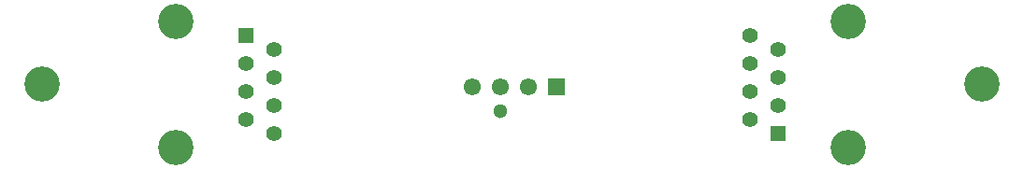
<source format=gbr>
%TF.GenerationSoftware,KiCad,Pcbnew,8.0.8*%
%TF.CreationDate,2025-03-10T16:10:23+01:00*%
%TF.ProjectId,DIYFAN _interface_V1,44495946-414e-4205-9f69-6e7465726661,rev?*%
%TF.SameCoordinates,Original*%
%TF.FileFunction,Soldermask,Bot*%
%TF.FilePolarity,Negative*%
%FSLAX46Y46*%
G04 Gerber Fmt 4.6, Leading zero omitted, Abs format (unit mm)*
G04 Created by KiCad (PCBNEW 8.0.8) date 2025-03-10 16:10:23*
%MOMM*%
%LPD*%
G01*
G04 APERTURE LIST*
%ADD10C,3.200000*%
%ADD11C,1.400000*%
%ADD12R,1.400000X1.400000*%
%ADD13C,1.300000*%
%ADD14R,1.530000X1.530000*%
%ADD15C,1.550000*%
G04 APERTURE END LIST*
D10*
%TO.C,REF\u002A\u002A*%
X108712000Y-90170000D03*
%TD*%
D11*
%TO.C,J2*%
X172842000Y-85725000D03*
X175382000Y-86995000D03*
X172842000Y-88265000D03*
X175382000Y-89535000D03*
X172842000Y-90805000D03*
X175382000Y-92075000D03*
X172842000Y-93345000D03*
D12*
X175382000Y-94615000D03*
D10*
X181732000Y-84455000D03*
X181732000Y-95885000D03*
%TD*%
%TO.C,J1*%
X120782000Y-84455000D03*
X120782000Y-95885000D03*
D12*
X127132000Y-85725000D03*
D11*
X129672000Y-86995000D03*
X127132000Y-88265000D03*
X129672000Y-89535000D03*
X127132000Y-90805000D03*
X129672000Y-92075000D03*
X127132000Y-93345000D03*
X129672000Y-94615000D03*
%TD*%
D10*
%TO.C,REF\u002A\u002A*%
X193802000Y-90170000D03*
%TD*%
D13*
%TO.C,J3*%
X150206000Y-92575000D03*
D14*
X155286000Y-90415000D03*
D15*
X152746000Y-90415000D03*
X150206000Y-90415000D03*
X147666000Y-90415000D03*
%TD*%
M02*

</source>
